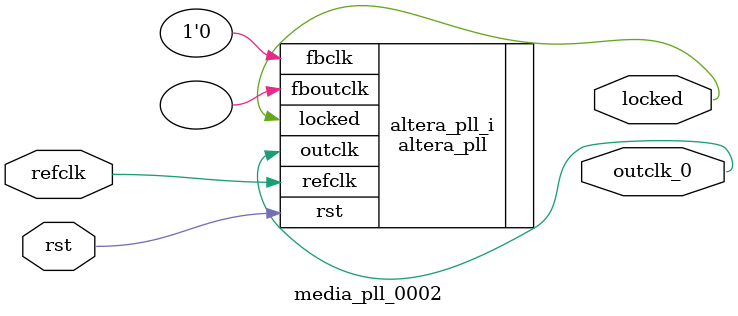
<source format=v>
`timescale 1ns/10ps
module  media_pll_0002(

	// interface 'refclk'
	input wire refclk,

	// interface 'reset'
	input wire rst,

	// interface 'outclk0'
	output wire outclk_0,

	// interface 'locked'
	output wire locked
);

	altera_pll #(
		.fractional_vco_multiplier("false"),
		.reference_clock_frequency("50.0 MHz"),
		.operation_mode("direct"),
		.number_of_clocks(1),
		.output_clock_frequency0("25.000000 MHz"),
		.phase_shift0("0 ps"),
		.duty_cycle0(50),
		.output_clock_frequency1("0 MHz"),
		.phase_shift1("0 ps"),
		.duty_cycle1(50),
		.output_clock_frequency2("0 MHz"),
		.phase_shift2("0 ps"),
		.duty_cycle2(50),
		.output_clock_frequency3("0 MHz"),
		.phase_shift3("0 ps"),
		.duty_cycle3(50),
		.output_clock_frequency4("0 MHz"),
		.phase_shift4("0 ps"),
		.duty_cycle4(50),
		.output_clock_frequency5("0 MHz"),
		.phase_shift5("0 ps"),
		.duty_cycle5(50),
		.output_clock_frequency6("0 MHz"),
		.phase_shift6("0 ps"),
		.duty_cycle6(50),
		.output_clock_frequency7("0 MHz"),
		.phase_shift7("0 ps"),
		.duty_cycle7(50),
		.output_clock_frequency8("0 MHz"),
		.phase_shift8("0 ps"),
		.duty_cycle8(50),
		.output_clock_frequency9("0 MHz"),
		.phase_shift9("0 ps"),
		.duty_cycle9(50),
		.output_clock_frequency10("0 MHz"),
		.phase_shift10("0 ps"),
		.duty_cycle10(50),
		.output_clock_frequency11("0 MHz"),
		.phase_shift11("0 ps"),
		.duty_cycle11(50),
		.output_clock_frequency12("0 MHz"),
		.phase_shift12("0 ps"),
		.duty_cycle12(50),
		.output_clock_frequency13("0 MHz"),
		.phase_shift13("0 ps"),
		.duty_cycle13(50),
		.output_clock_frequency14("0 MHz"),
		.phase_shift14("0 ps"),
		.duty_cycle14(50),
		.output_clock_frequency15("0 MHz"),
		.phase_shift15("0 ps"),
		.duty_cycle15(50),
		.output_clock_frequency16("0 MHz"),
		.phase_shift16("0 ps"),
		.duty_cycle16(50),
		.output_clock_frequency17("0 MHz"),
		.phase_shift17("0 ps"),
		.duty_cycle17(50),
		.pll_type("General"),
		.pll_subtype("General")
	) altera_pll_i (
		.rst	(rst),
		.outclk	({outclk_0}),
		.locked	(locked),
		.fboutclk	( ),
		.fbclk	(1'b0),
		.refclk	(refclk)
	);
endmodule


</source>
